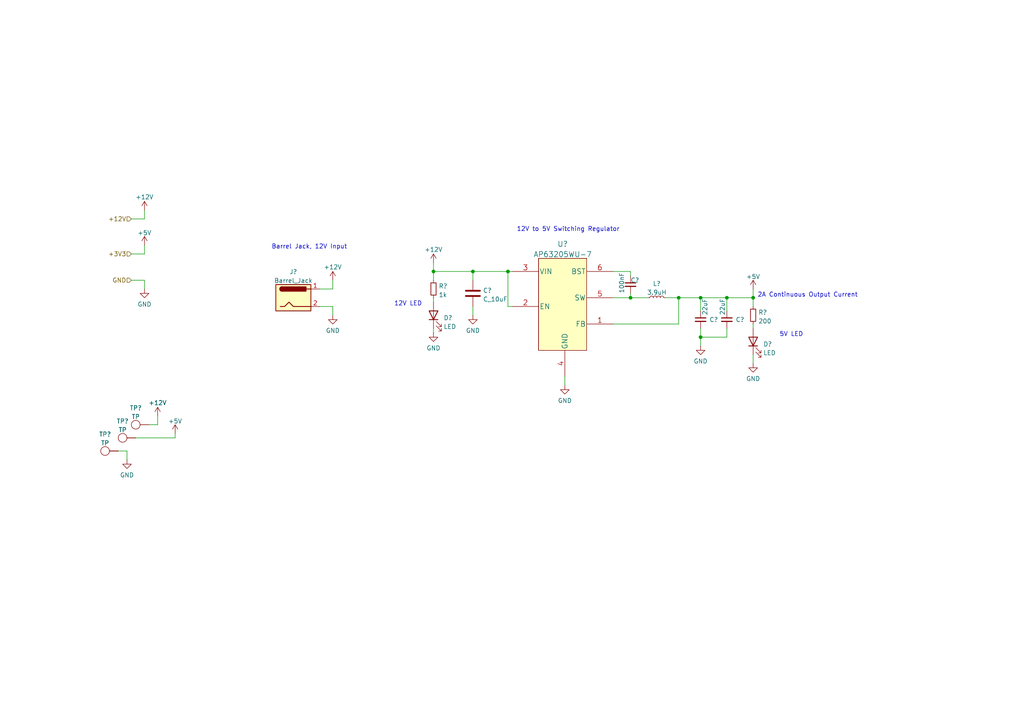
<source format=kicad_sch>
(kicad_sch (version 20211123) (generator eeschema)
  (paper "A4")
  (lib_symbols
    (symbol "Connector:Barrel_Jack" (pin_names (offset 1.016))
      (property "Reference" "J" (at 0 5.334 0))
      (property "Value" "Barrel_Jack" (at 0 -5.08 0))
      (symbol "Barrel_Jack_0_1"
        (rectangle (start -5.08 3.81) (end 5.08 -3.81) (stroke (width 0.254)) (fill (type background)))
        (arc (start -3.302 3.175) (mid -3.937 2.54) (end -3.302 1.905) (stroke (width 0.254)))
        (arc (start -3.302 3.175) (mid -3.937 2.54) (end -3.302 1.905) (stroke (width 0.254)) (fill (type outline)))
        (polyline (pts (xy 5.08 2.54) (xy 3.81 2.54)) (stroke (width 0.254)))
        (polyline (pts (xy -3.81 -2.54) (xy -2.54 -2.54) (xy -1.27 -1.27) (xy 0 -2.54) (xy 2.54 -2.54) (xy 5.08 -2.54)) (stroke (width 0.254)))
        (rectangle (start 3.683 3.175) (end -3.302 1.905) (stroke (width 0.254)) (fill (type outline)))
      )
      (symbol "Barrel_Jack_1_1"
        (pin passive line (at 7.62 2.54 180) (length 2.54) (name "~") (number "1"))
        (pin passive line (at 7.62 -2.54 180) (length 2.54) (name "~") (number "2"))
      )
    )
    (symbol "Device:C_Small" (pin_numbers hide) (pin_names (offset 0.254) hide)
      (property "Reference" "C" (at 0.254 1.778 0))
      (property "Value" "C_Small" (at 0.254 -2.032 0))
      (symbol "C_Small_0_1"
        (polyline (pts (xy -1.524 -0.508) (xy 1.524 -0.508)) (stroke (width 0.3302)))
        (polyline (pts (xy -1.524 0.508) (xy 1.524 0.508)) (stroke (width 0.3048)))
      )
      (symbol "C_Small_1_1"
        (pin passive line (at 0 2.54 270) (length 2.032) (name "~") (number "1"))
        (pin passive line (at 0 -2.54 90) (length 2.032) (name "~") (number "2"))
      )
    )
    (symbol "Device:LED" (pin_numbers hide) (pin_names (offset 1.016) hide)
      (property "Reference" "D" (at 0 2.54 0))
      (property "Value" "LED" (at 0 -2.54 0))
      (symbol "LED_0_1"
        (polyline (pts (xy -1.27 -1.27) (xy -1.27 1.27)) (stroke (width 0.254)))
        (polyline (pts (xy -1.27 0) (xy 1.27 0)))
        (polyline (pts (xy 1.27 -1.27) (xy 1.27 1.27) (xy -1.27 0) (xy 1.27 -1.27)) (stroke (width 0.254)))
        (polyline (pts (xy -3.048 -0.762) (xy -4.572 -2.286) (xy -3.81 -2.286) (xy -4.572 -2.286) (xy -4.572 -1.524)))
        (polyline (pts (xy -1.778 -0.762) (xy -3.302 -2.286) (xy -2.54 -2.286) (xy -3.302 -2.286) (xy -3.302 -1.524)))
      )
      (symbol "LED_1_1"
        (pin passive line (at -3.81 0 0) (length 2.54) (name "K") (number "1"))
        (pin passive line (at 3.81 0 180) (length 2.54) (name "A") (number "2"))
      )
    )
    (symbol "Device:L_Small" (pin_numbers hide) (pin_names (offset 0.254) hide)
      (property "Reference" "L" (at 0.762 1.016 0))
      (property "Value" "L_Small" (at 0.762 -1.016 0))
      (symbol "L_Small_0_1"
        (arc (start 0 -2.032) (mid 0.508 -1.524) (end 0 -1.016))
        (arc (start 0 -1.016) (mid 0.508 -0.508) (end 0 0))
        (arc (start 0 0) (mid 0.508 0.508) (end 0 1.016))
        (arc (start 0 1.016) (mid 0.508 1.524) (end 0 2.032))
      )
      (symbol "L_Small_1_1"
        (pin passive line (at 0 2.54 270) (length 0.508) (name "~") (number "1"))
        (pin passive line (at 0 -2.54 90) (length 0.508) (name "~") (number "2"))
      )
    )
    (symbol "Device:R_Small" (pin_numbers hide) (pin_names (offset 0.254) hide)
      (property "Reference" "R" (at 0.762 0.508 0))
      (property "Value" "R_Small" (at 0.762 -1.016 0))
      (symbol "R_Small_0_1"
        (rectangle (start -0.762 1.778) (end 0.762 -1.778) (stroke (width 0.2032)))
      )
      (symbol "R_Small_1_1"
        (pin passive line (at 0 2.54 270) (length 0.762) (name "~") (number "1"))
        (pin passive line (at 0 -2.54 90) (length 0.762) (name "~") (number "2"))
      )
    )
    (symbol "audio_amplifier:AP63205WU-7" (pin_names (offset 0.254))
      (property "Reference" "U" (at 14.986 9.652 0))
      (property "Value" "AP63205WU-7" (at 15.748 6.604 0))
      (symbol "AP63205WU-7_0_1"
        (rectangle (start 7.62 5.08) (end 21.59 -21.59) (stroke (width 0.1524)) (fill (type background)))
      )
      (symbol "AP63205WU-7_1_1"
        (polyline (pts (xy 7.62 -21.59) (xy 21.59 -21.59)) (stroke (width 0.127)))
        (polyline (pts (xy 7.62 5.08) (xy 7.62 -21.59)) (stroke (width 0.127)))
        (polyline (pts (xy 21.59 -21.59) (xy 21.59 5.08)) (stroke (width 0.127)))
        (polyline (pts (xy 21.59 5.08) (xy 7.62 5.08)) (stroke (width 0.127)))
        (pin output line (at 29.21 -13.97 180) (length 7.62) (name "FB") (number "1"))
        (pin input line (at 0 -8.89 0) (length 7.62) (name "EN") (number "2"))
        (pin power_in line (at 0 1.27 0) (length 7.62) (name "VIN") (number "3"))
        (pin power_in line (at 15.24 -29.21 90) (length 7.62) (name "GND") (number "4"))
        (pin output line (at 29.21 -6.35 180) (length 7.62) (name "SW") (number "5"))
        (pin input line (at 29.21 1.27 180) (length 7.62) (name "BST") (number "6"))
      )
    )
    (symbol "formula:C_10uF" (pin_numbers hide) (pin_names (offset 0.254))
      (property "Reference" "C" (at 0.635 3.81 0))
      (property "Value" "C_10uF" (at 0.635 -1.27 0))
      (symbol "C_10uF_0_1"
        (polyline (pts (xy -2.032 0.508) (xy 2.032 0.508)) (stroke (width 0.508)))
        (polyline (pts (xy -2.032 2.032) (xy 2.032 2.032)) (stroke (width 0.508)))
      )
      (symbol "C_10uF_1_1"
        (pin passive line (at 0 5.08 270) (length 2.794) (name "~") (number "1"))
        (pin passive line (at 0 -2.54 90) (length 2.794) (name "~") (number "2"))
      )
    )
    (symbol "formula:TP" (pin_numbers hide) (pin_names (offset 0) hide)
      (property "Reference" "TP" (at 0 0 0))
      (property "Value" "TP" (at 0 0 0))
      (symbol "TP_0_1"
        (circle (center 0 -1.27) (radius 1.27))
      )
      (symbol "TP_1_1"
        (pin input line (at 0 -5.08 90) (length 2.54) (name "TP") (number "1"))
      )
    )
    (symbol "power:+12V" (power) (pin_names (offset 0))
      (property "Value" "+12V" (at 0 3.556 0))
      (symbol "+12V_0_1"
        (polyline (pts (xy -0.762 1.27) (xy 0 2.54)))
        (polyline (pts (xy 0 0) (xy 0 2.54)))
        (polyline (pts (xy 0 2.54) (xy 0.762 1.27)))
      )
      (symbol "+12V_1_1"
        (pin power_in line (at 0 0 90) (length 0) hide (name "+12V") (number "1"))
      )
    )
    (symbol "power:+5V" (power) (pin_names (offset 0))
      (property "Value" "+5V" (at 0 3.556 0))
      (symbol "+5V_0_1"
        (polyline (pts (xy -0.762 1.27) (xy 0 2.54)))
        (polyline (pts (xy 0 0) (xy 0 2.54)))
        (polyline (pts (xy 0 2.54) (xy 0.762 1.27)))
      )
      (symbol "+5V_1_1"
        (pin power_in line (at 0 0 90) (length 0) hide (name "+5V") (number "1"))
      )
    )
    (symbol "power:GND" (power) (pin_names (offset 0))
      (property "Value" "GND" (at 0 -3.81 0))
      (symbol "GND_0_1"
        (polyline (pts (xy 0 0) (xy 0 -1.27) (xy 1.27 -1.27) (xy 0 -2.54) (xy -1.27 -1.27) (xy 0 -1.27)))
      )
      (symbol "GND_1_1"
        (pin power_in line (at 0 0 270) (length 0) hide (name "GND") (number "1"))
      )
    )
  )
  (junction (at 203.2 97.79))
  (junction (at 210.82 86.36))
  (junction (at 137.16 78.74))
  (junction (at 203.2 86.36))
  (junction (at 196.85 86.36))
  (junction (at 125.73 78.74))
  (junction (at 147.32 78.74))
  (junction (at 182.88 86.36))
  (junction (at 218.44 86.36))
  (wire (pts (xy 92.71 88.9) (xy 96.52 88.9)))
  (wire (pts (xy 96.52 83.82) (xy 96.52 81.28)))
  (wire (pts (xy 193.04 86.36) (xy 196.85 86.36)))
  (wire (pts (xy 125.73 78.74) (xy 137.16 78.74)))
  (wire (pts (xy 218.44 83.82) (xy 218.44 86.36)))
  (wire (pts (xy 218.44 102.87) (xy 218.44 105.41)))
  (wire (pts (xy 196.85 93.98) (xy 177.8 93.98)))
  (wire (pts (xy 203.2 95.25) (xy 203.2 97.79)))
  (wire (pts (xy 96.52 88.9) (xy 96.52 91.44)))
  (wire (pts (xy 34.29 130.81) (xy 36.83 130.81)))
  (wire (pts (xy 203.2 86.36) (xy 203.2 90.17)))
  (wire (pts (xy 41.91 73.66) (xy 41.91 71.12)))
  (wire (pts (xy 210.82 95.25) (xy 210.82 97.79)))
  (wire (pts (xy 148.59 88.9) (xy 147.32 88.9)))
  (wire (pts (xy 38.1 73.66) (xy 41.91 73.66)))
  (wire (pts (xy 43.18 123.19) (xy 45.72 123.19)))
  (wire (pts (xy 163.83 109.22) (xy 163.83 111.76)))
  (wire (pts (xy 210.82 97.79) (xy 203.2 97.79)))
  (wire (pts (xy 125.73 78.74) (xy 125.73 81.28)))
  (wire (pts (xy 125.73 86.36) (xy 125.73 87.63)))
  (wire (pts (xy 38.1 81.28) (xy 41.91 81.28)))
  (wire (pts (xy 137.16 78.74) (xy 137.16 81.28)))
  (wire (pts (xy 218.44 93.98) (xy 218.44 95.25)))
  (wire (pts (xy 218.44 86.36) (xy 218.44 88.9)))
  (wire (pts (xy 39.37 127) (xy 50.8 127)))
  (wire (pts (xy 203.2 86.36) (xy 210.82 86.36)))
  (wire (pts (xy 125.73 78.74) (xy 125.73 76.2)))
  (wire (pts (xy 125.73 95.25) (xy 125.73 96.52)))
  (wire (pts (xy 196.85 86.36) (xy 203.2 86.36)))
  (wire (pts (xy 92.71 83.82) (xy 96.52 83.82)))
  (wire (pts (xy 147.32 78.74) (xy 148.59 78.74)))
  (wire (pts (xy 203.2 97.79) (xy 203.2 100.33)))
  (wire (pts (xy 210.82 86.36) (xy 218.44 86.36)))
  (wire (pts (xy 45.72 123.19) (xy 45.72 120.65)))
  (wire (pts (xy 210.82 86.36) (xy 210.82 90.17)))
  (wire (pts (xy 36.83 130.81) (xy 36.83 133.35)))
  (wire (pts (xy 41.91 60.96) (xy 41.91 63.5)))
  (wire (pts (xy 147.32 88.9) (xy 147.32 78.74)))
  (wire (pts (xy 177.8 86.36) (xy 182.88 86.36)))
  (wire (pts (xy 182.88 78.74) (xy 182.88 80.01)))
  (wire (pts (xy 182.88 86.36) (xy 182.88 85.09)))
  (wire (pts (xy 41.91 63.5) (xy 38.1 63.5)))
  (wire (pts (xy 137.16 78.74) (xy 147.32 78.74)))
  (wire (pts (xy 196.85 86.36) (xy 196.85 93.98)))
  (wire (pts (xy 182.88 86.36) (xy 187.96 86.36)))
  (wire (pts (xy 50.8 127) (xy 50.8 125.73)))
  (wire (pts (xy 137.16 88.9) (xy 137.16 91.44)))
  (wire (pts (xy 177.8 78.74) (xy 182.88 78.74)))
  (wire (pts (xy 41.91 81.28) (xy 41.91 83.82)))
  (text "12V LED" (at 114.3 88.9 0) (effects (font (size 1.27 1.27)) (justify left bottom)))
  (text "Barrel Jack, 12V Input" (at 78.74 72.39 0) (effects (font (size 1.27 1.27)) (justify left bottom)))
  (text "12V to 5V Switching Regulator" (at 149.86 67.31 0) (effects (font (size 1.27 1.27)) (justify left bottom)))
  (text "5V LED" (at 226.06 97.79 0) (effects (font (size 1.27 1.27)) (justify left bottom)))
  (text "2A Continuous Output Current" (at 219.71 86.36 0) (effects (font (size 1.27 1.27)) (justify left bottom)))
  (hierarchical_label "+12V" (shape input) (at 38.1 63.5 180))
  (hierarchical_label "GND" (shape input) (at 38.1 81.28 180))
  (hierarchical_label "+3V3" (shape input) (at 38.1 73.66 180))
  (symbol (lib_id "power:GND") (at 163.83 111.76 0) (unit 1)
    (property "Reference" "#PWR?" (effects hide))
    (property "Value" "GND" (at 163.83 116.2034 0))
  )
  (symbol (lib_id "Device:L_Small") (at 190.5 86.36 90) (unit 1)
    (property "Reference" "L?" (at 190.5 82.2792 90))
    (property "Value" "3.9uH" (at 190.5 84.8161 90))
  )
  (symbol (lib_id "power:GND") (at 125.73 96.52 0) (unit 1)
    (property "Reference" "#PWR?" (effects hide))
    (property "Value" "GND" (at 125.73 100.9634 0))
  )
  (symbol (lib_id "power:GND") (at 218.44 105.41 0) (unit 1)
    (property "Reference" "#PWR?" (effects hide))
    (property "Value" "GND" (at 218.44 109.8534 0))
  )
  (symbol (lib_id "power:GND") (at 203.2 100.33 0) (unit 1)
    (property "Reference" "#PWR?" (effects hide))
    (property "Value" "GND" (at 203.2 104.7734 0))
  )
  (symbol (lib_id "formula:TP") (at 38.1 123.19 90) (unit 1)
    (property "Reference" "TP?" (at 39.37 118.3472 90))
    (property "Value" "TP" (at 39.37 120.8841 90))
    (property "Footprint" "footprints:tp_1.6mm" (effects hide))
    (property "Datasheet" "http://www.keyelco.com/product-pdf.cfm?p=1314" (effects hide))
    (property "MFN" "DK" (effects hide))
    (property "MPN" "36-5006-ND" (effects hide))
    (property "PurchasingLink" "https://www.digikey.com/product-detail/en/keystone-electronics/5006/36-5006-ND/255330" (effects hide))
  )
  (symbol (lib_id "audio_amplifier:AP63205WU-7") (at 148.59 80.01 0) (unit 1)
    (property "Reference" "U?" (at 163.195 70.7824 0) (effects (font (size 1.524 1.524))))
    (property "Value" "AP63205WU-7" (at 163.195 73.7758 0) (effects (font (size 1.524 1.524))))
    (property "Footprint" "AP63203WU-7_DIO" (effects hide))
    (property "Datasheet" "https://www.diodes.com/assets/Datasheets/AP63200-AP63201-AP63203-AP63205.pdf" (effects hide))
    (property "Purchasing Link" "https://www.digikey.com/en/products/detail/diodes-incorporated/AP63203WU-7/9858426" (effects hide))
  )
  (symbol (lib_id "Device:R_Small") (at 218.44 91.44 0) (unit 1)
    (property "Reference" "R?" (at 219.9386 90.6053 0) (effects (justify left)))
    (property "Value" "200" (at 219.9386 93.1422 0) (effects (justify left)))
  )
  (symbol (lib_id "Device:R_Small") (at 125.73 83.82 0) (unit 1)
    (property "Reference" "R?" (at 127.2286 82.9853 0) (effects (justify left)))
    (property "Value" "1k" (at 127.2286 85.5222 0) (effects (justify left)))
  )
  (symbol (lib_id "power:+5V") (at 41.91 71.12 0) (unit 1)
    (property "Reference" "#PWR?" (effects hide))
    (property "Value" "+5V" (at 41.91 67.5442 0))
  )
  (symbol (lib_id "power:GND") (at 36.83 133.35 0) (unit 1)
    (property "Reference" "#PWR?" (effects hide))
    (property "Value" "GND" (at 36.83 137.7934 0))
  )
  (symbol (lib_id "power:+5V") (at 50.8 125.73 0) (unit 1)
    (property "Reference" "#PWR?" (effects hide))
    (property "Value" "+5V" (at 50.8 122.1542 0))
  )
  (symbol (lib_id "Device:C_Small") (at 203.2 92.71 0) (unit 1)
    (property "Reference" "C?" (at 205.74 92.71 0) (effects (justify left)))
    (property "Value" "22uF" (at 204.47 91.44 90) (effects (justify left)))
  )
  (symbol (lib_id "formula:TP") (at 34.29 127 90) (unit 1)
    (property "Reference" "TP?" (at 35.56 122.1572 90))
    (property "Value" "TP" (at 35.56 124.6941 90))
    (property "Footprint" "footprints:tp_1.6mm" (effects hide))
    (property "Datasheet" "http://www.keyelco.com/product-pdf.cfm?p=1314" (effects hide))
    (property "MFN" "DK" (effects hide))
    (property "MPN" "36-5006-ND" (effects hide))
    (property "PurchasingLink" "https://www.digikey.com/product-detail/en/keystone-electronics/5006/36-5006-ND/255330" (effects hide))
  )
  (symbol (lib_id "Device:C_Small") (at 210.82 92.71 0) (unit 1)
    (property "Reference" "C?" (at 213.36 92.71 0) (effects (justify left)))
    (property "Value" "22uF" (at 209.55 91.44 90) (effects (justify left)))
  )
  (symbol (lib_id "Device:LED") (at 125.73 91.44 90) (unit 1)
    (property "Reference" "D?" (at 128.651 92.1928 90) (effects (justify right)))
    (property "Value" "LED" (at 128.651 94.7297 90) (effects (justify right)))
  )
  (symbol (lib_id "power:GND") (at 137.16 91.44 0) (unit 1)
    (property "Reference" "#PWR?" (effects hide))
    (property "Value" "GND" (at 137.16 95.8834 0))
  )
  (symbol (lib_id "power:+12V") (at 41.91 60.96 0) (unit 1)
    (property "Reference" "#PWR?" (effects hide))
    (property "Value" "+12V" (at 41.91 57.15 0))
  )
  (symbol (lib_id "power:+12V") (at 125.73 76.2 0) (unit 1)
    (property "Reference" "#PWR?" (effects hide))
    (property "Value" "+12V" (at 125.73 72.39 0))
  )
  (symbol (lib_id "formula:C_10uF") (at 137.16 86.36 0) (unit 1)
    (property "Reference" "C?" (at 140.081 84.2553 0) (effects (justify left)))
    (property "Value" "C_10uF" (at 140.081 86.7922 0) (effects (justify left)))
    (property "Footprint" "footprints:C_0805_OEM" (effects hide))
    (property "Datasheet" "http://www.samsungsem.com/kr/support/product-search/mlcc/__icsFiles/afieldfile/2018/06/20/CL21A106KPFNNNE.pdf" (effects hide))
    (property "MFN" "DK" (effects hide))
    (property "MPN" "1276-1052-1-ND" (effects hide))
    (property "PurchasingLink" "https://www.digikey.com/product-detail/en/samsung-electro-mechanics/CL21A106KPFNNNE/1276-1052-1-ND/3889138" (effects hide))
  )
  (symbol (lib_id "power:+5V") (at 218.44 83.82 0) (unit 1)
    (property "Reference" "#PWR?" (effects hide))
    (property "Value" "+5V" (at 218.44 80.2442 0))
  )
  (symbol (lib_id "power:GND") (at 41.91 83.82 0) (unit 1)
    (property "Reference" "#PWR?" (effects hide))
    (property "Value" "GND" (at 41.91 88.2634 0))
  )
  (symbol (lib_id "formula:TP") (at 29.21 130.81 90) (unit 1)
    (property "Reference" "TP?" (at 30.48 125.9672 90))
    (property "Value" "TP" (at 30.48 128.5041 90))
    (property "Footprint" "footprints:tp_1.6mm" (effects hide))
    (property "Datasheet" "http://www.keyelco.com/product-pdf.cfm?p=1314" (effects hide))
    (property "MFN" "DK" (effects hide))
    (property "MPN" "36-5006-ND" (effects hide))
    (property "PurchasingLink" "https://www.digikey.com/product-detail/en/keystone-electronics/5006/36-5006-ND/255330" (effects hide))
  )
  (symbol (lib_id "power:+12V") (at 96.52 81.28 0) (unit 1)
    (property "Reference" "#PWR?" (effects hide))
    (property "Value" "+12V" (at 96.52 77.47 0))
  )
  (symbol (lib_id "Connector:Barrel_Jack") (at 85.09 86.36 0) (unit 1)
    (property "Reference" "J?" (at 85.09 78.8502 0))
    (property "Value" "Barrel_Jack" (at 85.09 81.3871 0))
  )
  (symbol (lib_id "Device:LED") (at 218.44 99.06 90) (unit 1)
    (property "Reference" "D?" (at 221.361 99.8128 90) (effects (justify right)))
    (property "Value" "LED" (at 221.361 102.3497 90) (effects (justify right)))
  )
  (symbol (lib_id "Device:C_Small") (at 182.88 82.55 0) (unit 1)
    (property "Reference" "C?" (at 182.88 81.28 0) (effects (justify left)))
    (property "Value" "100nF" (at 180.34 85.09 90) (effects (justify left)))
  )
  (symbol (lib_id "power:+12V") (at 45.72 120.65 0) (unit 1)
    (property "Reference" "#PWR?" (effects hide))
    (property "Value" "+12V" (at 45.72 116.84 0))
  )
  (symbol (lib_id "power:GND") (at 96.52 91.44 0) (unit 1)
    (property "Reference" "#PWR?" (effects hide))
    (property "Value" "GND" (at 96.52 95.8834 0))
  )
)
</source>
